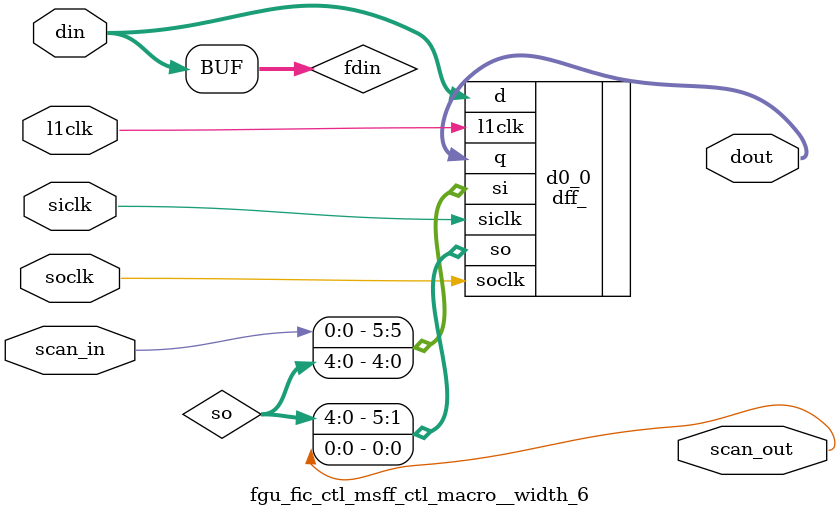
<source format=v>
module fgu_fic_ctl (
  fpf_rs2_cmp_din_fx1, 
  fpf_ma_sum_fx4, 
  fpf_man_se_byte_fx3_b38_32, 
  fpf_man_se_byte_fx3_b6_0, 
  fic_norm_eadj_fx5, 
  fic_i2f_align_sel_fx2, 
  fpe_align_sel_fx2, 
  fic_i2f_eadj_fx2, 
  fpc_lzd_override_fx4, 
  fpc_sp_source_fx3, 
  fic_mulscc_iccz_fx4, 
  fic_mulscc_xccz_fx4, 
  fic_convert_sticky_fx4, 
  fic_fxtod_sticky_fx4, 
  fic_ftoi_nx_fx4, 
  fic_ftox_nx_fx4, 
  fic_bzf31msb_fx2, 
  fic_bzf32lsb_fx2, 
  fic_bof22msb_fx2, 
  main_clken, 
  l2clk, 
  scan_in, 
  tcu_pce_ov, 
  spc_aclk, 
  spc_bclk, 
  tcu_scan_en, 
  scan_out);
wire pce_ov;
wire stop;
wire siclk;
wire soclk;
wire se;
wire l1clk_pm1;
wire spares_scanin;
wire spares_scanout;
wire bzf31msb_fx1;
wire bzf32lsb_fx1;
wire bof22msb_fx1;
wire [7:2] dpint_nx_byte_fx1;
wire [7:6] spint_nx_byte_fx1;
wire [63:1] dini;
wire [6:0] ibyte_sel;
wire ib0_nor_76;
wire ib0_nor_54;
wire ib0_zeroh_l;
wire [1:0] ib0_cnth;
wire [1:0] ib0_cntl;
wire [2:0] eadj_ibyte0;
wire ib1_nor_76;
wire ib1_nor_54;
wire ib1_zeroh_l;
wire [1:0] ib1_cnth;
wire [1:0] ib1_cntl;
wire [2:0] eadj_ibyte1;
wire ib2_nor_76;
wire ib2_nor_54;
wire ib2_zeroh_l;
wire [1:0] ib2_cnth;
wire [1:0] ib2_cntl;
wire [2:0] eadj_ibyte2;
wire ib3_nor_76;
wire ib3_nor_54;
wire ib3_zeroh_l;
wire [1:0] ib3_cnth;
wire [1:0] ib3_cntl;
wire [2:0] eadj_ibyte3;
wire ib4_nor_76;
wire ib4_nor_54;
wire ib4_zeroh_l;
wire [1:0] ib4_cnth;
wire [1:0] ib4_cntl;
wire [2:0] eadj_ibyte4;
wire ib5_nor_76;
wire ib5_nor_54;
wire ib5_zeroh_l;
wire [1:0] ib5_cnth;
wire [1:0] ib5_cntl;
wire [2:0] eadj_ibyte5;
wire ib6_nor_76;
wire ib6_nor_54;
wire ib6_zeroh_l;
wire [1:0] ib6_cnth;
wire [1:0] ib6_cntl;
wire [2:0] eadj_ibyte6;
wire ib7_nor_76;
wire ib7_nor_54;
wire ib7_zeroh_l;
wire [1:0] ib7_cnth;
wire [1:0] ib7_cntl;
wire [2:0] eadj_ibyte7;
wire [7:0] i2f_eadj_sel_fx1;
wire fx2_00_scanin;
wire fx2_00_scanout;
wire [7:2] dpint_nx_byte_fx2;
wire [7:6] spint_nx_byte_fx2;
wire [7:0] i2f_eadj_sel_fx2;
wire [2:0] eadj_ibyte0_fx2;
wire [2:0] eadj_ibyte1_fx2;
wire [2:0] eadj_ibyte2_fx2;
wire [2:0] eadj_ibyte3_fx2;
wire [2:0] eadj_ibyte4_fx2;
wire [2:0] eadj_ibyte5_fx2;
wire [2:0] eadj_ibyte6_fx2;
wire [2:0] eadj_ibyte7_fx2;
wire fx3_00_scanin;
wire fx3_00_scanout;
wire [5:0] align_sel_fx3;
wire [7:2] dpint_nx_byte_fx3;
wire [7:6] spint_nx_byte_fx3;
wire fstoi_nx_byte_fx3;
wire fstox_nx_byte_fx3;
wire fdtoi_nx_byte_fx3;
wire fdtox_nx_byte_fx3;
wire ftox_nx_bit_fx3;
wire ftoi_nx_bit_fx3;
wire ftoi_nx_fx3;
wire ftox_nx_fx3;
wire fx4_00_scanin;
wire fx4_00_scanout;
wire [63:11] dina;
wire shift_00;
wire [6:0] nbyte_sel;
wire ab0_nor_76;
wire ab0_nor_54;
wire ab0_zeroh_l;
wire [1:0] ab0_cnth;
wire [1:0] ab0_cntl;
wire [2:0] eadj_nbyte0;
wire ab1_nor_76;
wire ab1_nor_54;
wire ab1_zeroh_l;
wire [1:0] ab1_cnth;
wire [1:0] ab1_cntl;
wire [2:0] eadj_nbyte1;
wire ab2_nor_76;
wire ab2_nor_54;
wire ab2_zeroh_l;
wire [1:0] ab2_cnth;
wire [1:0] ab2_cntl;
wire [2:0] eadj_nbyte2;
wire ab3_nor_76;
wire ab3_nor_54;
wire ab3_zeroh_l;
wire [1:0] ab3_cnth;
wire [1:0] ab3_cntl;
wire [2:0] eadj_nbyte3;
wire ab4_nor_76;
wire ab4_nor_54;
wire ab4_zeroh_l;
wire [1:0] ab4_cnth;
wire [1:0] ab4_cntl;
wire [2:0] eadj_nbyte4;
wire ab5_nor_76;
wire ab5_nor_54;
wire ab5_zeroh_l;
wire [1:0] ab5_cnth;
wire [1:0] ab5_cntl;
wire [2:0] eadj_nbyte5;
wire ab6_nor_76;
wire ab6_nor_54;
wire ab6_zeroh_l;
wire [1:0] ab6_cnth;
wire [0:0] ab6_cntl;
wire [2:0] eadj_nbyte6;
wire [5:0] norm_eadj_fx4;
wire fx5_00_scanin;
wire fx5_00_scanout;



// ----------------------------------------------------------------------------
// Interface with FPF
// ----------------------------------------------------------------------------

input   [63:0] fpf_rs2_cmp_din_fx1;    // rt. justified rs2 for FiTO(s,d)
input   [63:0] fpf_ma_sum_fx4;
input  [38:32] fpf_man_se_byte_fx3_b38_32;
input    [6:0] fpf_man_se_byte_fx3_b6_0;
output   [5:0] fic_norm_eadj_fx5;
output   [5:0] fic_i2f_align_sel_fx2;

// ----------------------------------------------------------------------------
// Interface with FPE
// ----------------------------------------------------------------------------

input    [5:0] fpe_align_sel_fx2;
output   [5:0] fic_i2f_eadj_fx2;

// ----------------------------------------------------------------------------
// Interface with FPC
// ----------------------------------------------------------------------------

input          fpc_lzd_override_fx4;
input          fpc_sp_source_fx3;
output         fic_mulscc_iccz_fx4;
output         fic_mulscc_xccz_fx4;
output         fic_convert_sticky_fx4; // sticky for FxTOs, FiTOs, FdTOs
output         fic_fxtod_sticky_fx4;   // sticky for FxTOd
output         fic_ftoi_nx_fx4;        // inexact for FsTOi, FdTOi
output         fic_ftox_nx_fx4;        // inexact for FsTOx, FdTOx
output         fic_bzf31msb_fx2;       // rs2 frac 31 MSBs all zeros
output         fic_bzf32lsb_fx2;       // rs2 frac 32 LSBs all zeros
output         fic_bof22msb_fx2;       // rs2 frac 22 MSBs all ones

// ----------------------------------------------------------------------------
// Interface with FAC
// ----------------------------------------------------------------------------

input          main_clken;             // main clken

// ----------------------------------------------------------------------------
// Global Signals
// ----------------------------------------------------------------------------

input          l2clk;                  // clock input
input  		scan_in;
input  		tcu_pce_ov;		// scan signals
input  		spc_aclk;
input  		spc_bclk;
input           tcu_scan_en;
output 		scan_out;

// scan renames
assign pce_ov = tcu_pce_ov;
assign stop   = 1'b0;
assign siclk  = spc_aclk;
assign soclk  = spc_bclk;
assign se     = tcu_scan_en;
// end scan


fgu_fic_ctl_l1clkhdr_ctl_macro clkgen_main (
  .l2clk(l2clk),
  .l1en (main_clken),
  .l1clk(l1clk_pm1),
  .pce_ov(pce_ov),
  .stop(stop),
  .se(se)
  );

fgu_fic_ctl_spare_ctl_macro__num_2 spares  (  // spares: 13 gates + 1 flop for each "num"
  .scan_in(spares_scanin),
  .scan_out(spares_scanout),
  .l1clk(l1clk_pm1),
  .siclk(siclk),
  .soclk(soclk)
  );


// ----------------------------------------------------------------------------
//                               FX1 stage
// ----------------------------------------------------------------------------

// required for FdTOi large_maxint_result calculation
assign  bzf31msb_fx1 = ~(|fpf_rs2_cmp_din_fx1[51:21]);  // frac 31 MSBs all zeros

// required for FiTO(s,d) zero_src_result calculation
// fpf_rs2_cmp_din_fx1 is rt. justified for FiTO(s,d)
// fpf_bzf_fx1 doesn't work for FiTO(s,d) zero detection because 32 LSBs are unknown
assign  bzf32lsb_fx1 = ~(|fpf_rs2_cmp_din_fx1[31:0]);   // int32        all zeros

// required for FdTOs denorm round to norm detection
assign  bof22msb_fx1 =   &fpf_rs2_cmp_din_fx1[51:30];   // frac 22 MSBs all ones

// ------------------------------------
// F(s,d)TO(i,x) inexact detection (byte)
// ------------------------------------

assign  dpint_nx_byte_fx1[7] = |fpf_rs2_cmp_din_fx1[44:37];
assign  dpint_nx_byte_fx1[6] = |fpf_rs2_cmp_din_fx1[36:29];
assign  dpint_nx_byte_fx1[5] = |fpf_rs2_cmp_din_fx1[28:21];
assign  dpint_nx_byte_fx1[4] = |fpf_rs2_cmp_din_fx1[20:13];
assign  dpint_nx_byte_fx1[3] = |fpf_rs2_cmp_din_fx1[12:5];
assign  dpint_nx_byte_fx1[2] = |fpf_rs2_cmp_din_fx1[4:0];

assign  spint_nx_byte_fx1[7] = |fpf_rs2_cmp_din_fx1[47:40];
assign  spint_nx_byte_fx1[6] = |fpf_rs2_cmp_din_fx1[39:32];

// ------------------------------------
// i2f LZD "XOR function"
// Convert negative signed integer source
// to sign-magnitude value
// ------------------------------------

assign  dini[63:1] = fpf_rs2_cmp_din_fx1[63:1] ^ {63{fpf_rs2_cmp_din_fx1[63]}};

// ------------------------------------
// i2f LZD Byte selects (not priority encoded)
// ------------------------------------

assign  ibyte_sel[0] = |dini[63:56];  // shift 00-bits
assign  ibyte_sel[1] = |dini[55:48];  // shift 08-bits
assign  ibyte_sel[2] = |dini[47:40];  // shift 16-bits
assign  ibyte_sel[3] = |dini[39:32];  // shift 24-bits
assign  ibyte_sel[4] = |dini[31:24];  // shift 32-bits
assign  ibyte_sel[5] = |dini[23:16];  // shift 40-bits
assign  ibyte_sel[6] = |dini[15:8];  // shift 48-bits

// ------------------------------------
// i2f LZD Eadj[2:0]
//
// - count leading zeros in a given byte
//   and encode into a 3-bit value (Eadj[2:0])
//
//   Bit shift:  [4] [2] [1]
//   Eadj bit:   [2] [1] [0]
//   ---------------------------
//                0   0   0
//                0   0   1
//                0   1   0
//                0   1   1
//                1   0   0
//                1   0   1
//                1   1   0
//                1   1   1
//
//          din[7:0]    | Eadj[2:0]
//     -----------------|------------
//     1 x x x x x x x  |   0 0 0  
//     0 1 x x x x x x  |   0 0 1  
//     0 0 1 x x x x x  |   0 1 0  
//     0 0 0 1 x x x x  |   0 1 1  
//     0 0 0 0 1 x x x  |   1 0 0  
//     0 0 0 0 0 1 x x  |   1 0 1  
//     0 0 0 0 0 0 1 x  |   1 1 0  
//     0 0 0 0 0 0 0 x  |   1 1 1  
//
// Note: force Eadj[2:0] to 3'b111
//       if din[7:1]==7'b0000000 (i.e. assume din[0]==1'b1) 
//       This has already been done for byte0-byte7 below.
//
// ------------------------------------

// ----------------------------------------------------------------------------
// i2f LZD dini byte0 => dini[63:56]
// assume dini[56] == 1'b1
// ----------------------------------------------------------------------------

assign  ib0_nor_76  = ~(dini[63] | dini[62]);
assign  ib0_nor_54  = ~(dini[61] | dini[60]);

assign  ib0_zeroh_l = ~(ib0_nor_76 & ib0_nor_54);

assign  ib0_cnth[0] =  (~dini[63] &  dini[62]                        ) |
                       (~dini[63] &             ~dini[61] &  dini[60]) ;
assign  ib0_cnth[1] =  (~dini[63] & ~dini[62] &  dini[61]            ) |
                       (~dini[63] & ~dini[62] &              dini[60]) ;
assign  ib0_cntl[0] =  (~dini[59] &  dini[58]                        ) |
                       (~dini[59] &             ~dini[57]            ) ;
assign  ib0_cntl[1] =  (~dini[59] & ~dini[58] &  dini[57]            ) |
                       (~dini[59] & ~dini[58]                        ) ;

assign  eadj_ibyte0[0] = ( ib0_zeroh_l & ib0_cnth[0]) |
                         (~ib0_zeroh_l & ib0_cntl[0]) ;
assign  eadj_ibyte0[1] = ( ib0_zeroh_l & ib0_cnth[1]) |
                         (~ib0_zeroh_l & ib0_cntl[1]) ;
assign  eadj_ibyte0[2] =  ~ib0_zeroh_l                ;

// ----------------------------------------------------------------------------
// i2f LZD dini byte1 => dini[55:48]
// assume dini[48] == 1'b1
// ----------------------------------------------------------------------------

assign  ib1_nor_76  = ~(dini[55] | dini[54]);
assign  ib1_nor_54  = ~(dini[53] | dini[52]);

assign  ib1_zeroh_l = ~(ib1_nor_76 & ib1_nor_54);

assign  ib1_cnth[0] =  (~dini[55] &  dini[54]                        ) |
                       (~dini[55] &             ~dini[53] &  dini[52]) ;
assign  ib1_cnth[1] =  (~dini[55] & ~dini[54] &  dini[53]            ) |
                       (~dini[55] & ~dini[54] &              dini[52]) ;
assign  ib1_cntl[0] =  (~dini[51] &  dini[50]                        ) |
                       (~dini[51] &             ~dini[49]            ) ;
assign  ib1_cntl[1] =  (~dini[51] & ~dini[50] &  dini[49]            ) |
                       (~dini[51] & ~dini[50]                        ) ;
 
assign  eadj_ibyte1[0] = ( ib1_zeroh_l & ib1_cnth[0]) |
                         (~ib1_zeroh_l & ib1_cntl[0]) ;
assign  eadj_ibyte1[1] = ( ib1_zeroh_l & ib1_cnth[1]) |
                         (~ib1_zeroh_l & ib1_cntl[1]) ;
assign  eadj_ibyte1[2] =  ~ib1_zeroh_l                ;

// ----------------------------------------------------------------------------
// i2f LZD dini byte2 => dini[47:40]
// assume dini[40] == 1'b1
// ----------------------------------------------------------------------------

assign  ib2_nor_76  = ~(dini[47] | dini[46]);
assign  ib2_nor_54  = ~(dini[45] | dini[44]);

assign  ib2_zeroh_l = ~(ib2_nor_76 & ib2_nor_54);

assign  ib2_cnth[0] =  (~dini[47] &  dini[46]                        ) |
                       (~dini[47] &             ~dini[45] &  dini[44]) ;
assign  ib2_cnth[1] =  (~dini[47] & ~dini[46] &  dini[45]            ) |
                       (~dini[47] & ~dini[46] &              dini[44]) ;
assign  ib2_cntl[0] =  (~dini[43] &  dini[42]                        ) |
                       (~dini[43] &             ~dini[41]            ) ;
assign  ib2_cntl[1] =  (~dini[43] & ~dini[42] &  dini[41]            ) |
                       (~dini[43] & ~dini[42]                        ) ;

assign  eadj_ibyte2[0] = ( ib2_zeroh_l & ib2_cnth[0]) |
                         (~ib2_zeroh_l & ib2_cntl[0]) ;
assign  eadj_ibyte2[1] = ( ib2_zeroh_l & ib2_cnth[1]) |
                         (~ib2_zeroh_l & ib2_cntl[1]) ;
assign  eadj_ibyte2[2] =  ~ib2_zeroh_l                ;

// ----------------------------------------------------------------------------
// i2f LZD dini byte3 => dini[39:32]
// assume dini[32] == 1'b1
// ----------------------------------------------------------------------------

assign  ib3_nor_76  = ~(dini[39] | dini[38]);
assign  ib3_nor_54  = ~(dini[37] | dini[36]);

assign  ib3_zeroh_l = ~(ib3_nor_76 & ib3_nor_54);

assign  ib3_cnth[0] =  (~dini[39] &  dini[38]                        ) |
                       (~dini[39] &             ~dini[37] &  dini[36]) ;
assign  ib3_cnth[1] =  (~dini[39] & ~dini[38] &  dini[37]            ) |
                       (~dini[39] & ~dini[38] &              dini[36]) ;
assign  ib3_cntl[0] =  (~dini[35] &  dini[34]                        ) |
                       (~dini[35] &             ~dini[33]            ) ;
assign  ib3_cntl[1] =  (~dini[35] & ~dini[34] &  dini[33]            ) |
                       (~dini[35] & ~dini[34]                        ) ;

assign  eadj_ibyte3[0] = ( ib3_zeroh_l & ib3_cnth[0]) |
                         (~ib3_zeroh_l & ib3_cntl[0]) ;
assign  eadj_ibyte3[1] = ( ib3_zeroh_l & ib3_cnth[1]) |
                         (~ib3_zeroh_l & ib3_cntl[1]) ;
assign  eadj_ibyte3[2] =  ~ib3_zeroh_l                ;

// ----------------------------------------------------------------------------
// i2f LZD dini byte4 => dini[31:24]
// assume dini[24] == 1'b1
// ----------------------------------------------------------------------------

assign  ib4_nor_76  = ~(dini[31] | dini[30]);
assign  ib4_nor_54  = ~(dini[29] | dini[28]);

assign  ib4_zeroh_l = ~(ib4_nor_76 & ib4_nor_54);

assign  ib4_cnth[0] =  (~dini[31] &  dini[30]                        ) |
                       (~dini[31] &             ~dini[29] &  dini[28]) ;
assign  ib4_cnth[1] =  (~dini[31] & ~dini[30] &  dini[29]            ) |
                       (~dini[31] & ~dini[30] &              dini[28]) ;
assign  ib4_cntl[0] =  (~dini[27] &  dini[26]                        ) |
                       (~dini[27] &             ~dini[25]            ) ;
assign  ib4_cntl[1] =  (~dini[27] & ~dini[26] &  dini[25]            ) |
                       (~dini[27] & ~dini[26]                        ) ;

assign  eadj_ibyte4[0] = ( ib4_zeroh_l & ib4_cnth[0]) |
                         (~ib4_zeroh_l & ib4_cntl[0]) ;
assign  eadj_ibyte4[1] = ( ib4_zeroh_l & ib4_cnth[1]) |
                         (~ib4_zeroh_l & ib4_cntl[1]) ;
assign  eadj_ibyte4[2] =  ~ib4_zeroh_l                ;

// ----------------------------------------------------------------------------
// i2f LZD dini byte5 => dini[23:16]
// assume dini[16] == 1'b1
// ----------------------------------------------------------------------------

assign  ib5_nor_76  = ~(dini[23] | dini[22]);
assign  ib5_nor_54  = ~(dini[21] | dini[20]);

assign  ib5_zeroh_l = ~(ib5_nor_76 & ib5_nor_54);

assign  ib5_cnth[0] =  (~dini[23] &  dini[22]                        ) |
                       (~dini[23] &             ~dini[21] &  dini[20]) ;
assign  ib5_cnth[1] =  (~dini[23] & ~dini[22] &  dini[21]            ) |
                       (~dini[23] & ~dini[22] &              dini[20]) ;
assign  ib5_cntl[0] =  (~dini[19] &  dini[18]                        ) |
                       (~dini[19] &             ~dini[17]            ) ;
assign  ib5_cntl[1] =  (~dini[19] & ~dini[18] &  dini[17]            ) |
                       (~dini[19] & ~dini[18]                        ) ;

assign  eadj_ibyte5[0] = ( ib5_zeroh_l & ib5_cnth[0]) |
                         (~ib5_zeroh_l & ib5_cntl[0]) ;
assign  eadj_ibyte5[1] = ( ib5_zeroh_l & ib5_cnth[1]) |
                         (~ib5_zeroh_l & ib5_cntl[1]) ;
assign  eadj_ibyte5[2] =  ~ib5_zeroh_l                ;

// ----------------------------------------------------------------------------
// i2f LZD dini byte6 => dini[15:08]
// assume dini[08] == 1'b1
// ----------------------------------------------------------------------------

assign  ib6_nor_76  = ~(dini[15] | dini[14]);
assign  ib6_nor_54  = ~(dini[13] | dini[12]);

assign  ib6_zeroh_l = ~(ib6_nor_76 & ib6_nor_54);

assign  ib6_cnth[0] =  (~dini[15] &  dini[14]                        ) |
                       (~dini[15] &             ~dini[13] &  dini[12]) ;
assign  ib6_cnth[1] =  (~dini[15] & ~dini[14] &  dini[13]            ) |
                       (~dini[15] & ~dini[14] &              dini[12]) ;
assign  ib6_cntl[0] =  (~dini[11] &  dini[10]                        ) |
                       (~dini[11] &             ~dini[9]            ) ;
assign  ib6_cntl[1] =  (~dini[11] & ~dini[10] &  dini[9]            ) |
                       (~dini[11] & ~dini[10]                        ) ;

assign  eadj_ibyte6[0] = ( ib6_zeroh_l & ib6_cnth[0]) |
                         (~ib6_zeroh_l & ib6_cntl[0]) ;
assign  eadj_ibyte6[1] = ( ib6_zeroh_l & ib6_cnth[1]) |
                         (~ib6_zeroh_l & ib6_cntl[1]) ;
assign  eadj_ibyte6[2] =  ~ib6_zeroh_l                ;

// ----------------------------------------------------------------------------
// i2f LZD dini byte7 => dini[07:00]
// assume dini[0] == 1'b1
// ----------------------------------------------------------------------------

assign  ib7_nor_76  = ~(dini[7] | dini[6]);
assign  ib7_nor_54  = ~(dini[5] | dini[4]);

assign  ib7_zeroh_l = ~(ib7_nor_76 & ib7_nor_54);

assign  ib7_cnth[0] =  (~dini[7] &  dini[6]                        ) |
                       (~dini[7] &             ~dini[5] &  dini[4]) ;
assign  ib7_cnth[1] =  (~dini[7] & ~dini[6] &  dini[5]            ) |
                       (~dini[7] & ~dini[6] &              dini[4]) ;
assign  ib7_cntl[0] =  (~dini[3] &  dini[2]                        ) |
                       (~dini[3] &             ~dini[1]            ) ;
assign  ib7_cntl[1] =  (~dini[3] & ~dini[2] &  dini[1]            ) |
                       (~dini[3] & ~dini[2]                        ) ;

assign  eadj_ibyte7[0] = ( ib7_zeroh_l & ib7_cnth[0]) |
                         (~ib7_zeroh_l & ib7_cntl[0]) ;
assign  eadj_ibyte7[1] = ( ib7_zeroh_l & ib7_cnth[1]) |
                         (~ib7_zeroh_l & ib7_cntl[1]) ;
assign  eadj_ibyte7[2] =  ~ib7_zeroh_l                ;

// ----------------------------------------------------------------------------
// i2f LZD Eadj[5:0] mux selects
// ----------------------------------------------------------------------------

assign  i2f_eadj_sel_fx1[0] =                      ibyte_sel[0];
assign  i2f_eadj_sel_fx1[1] = ~( ibyte_sel[0]  ) & ibyte_sel[1];
assign  i2f_eadj_sel_fx1[2] = ~(|ibyte_sel[1:0]) & ibyte_sel[2];
assign  i2f_eadj_sel_fx1[3] = ~(|ibyte_sel[2:0]) & ibyte_sel[3];
assign  i2f_eadj_sel_fx1[4] = ~(|ibyte_sel[3:0]) & ibyte_sel[4];
assign  i2f_eadj_sel_fx1[5] = ~(|ibyte_sel[4:0]) & ibyte_sel[5];
assign  i2f_eadj_sel_fx1[6] = ~(|ibyte_sel[5:0]) & ibyte_sel[6];
assign  i2f_eadj_sel_fx1[7] = ~(|ibyte_sel[6:0]);


// ----------------------------------------------------------------------------
//                               FX2 stage
// ----------------------------------------------------------------------------

fgu_fic_ctl_msff_ctl_macro__width_43 fx2_00  (
  .scan_in(fx2_00_scanin),
  .scan_out(fx2_00_scanout),
  .l1clk(l1clk_pm1),
  .din ({    bzf31msb_fx1,
             bzf32lsb_fx1,
             bof22msb_fx1,
         dpint_nx_byte_fx1[7:2],
         spint_nx_byte_fx1[7:6],
         i2f_eadj_sel_fx1[7:0],
         eadj_ibyte0[2:0],
         eadj_ibyte1[2:0],
         eadj_ibyte2[2:0],
         eadj_ibyte3[2:0],
         eadj_ibyte4[2:0],
         eadj_ibyte5[2:0],
         eadj_ibyte6[2:0],
         eadj_ibyte7[2:0]}),
  .dout({fic_bzf31msb_fx2,
         fic_bzf32lsb_fx2,
         fic_bof22msb_fx2,
         dpint_nx_byte_fx2[7:2],
         spint_nx_byte_fx2[7:6],
         i2f_eadj_sel_fx2[7:0],
         eadj_ibyte0_fx2[2:0],
         eadj_ibyte1_fx2[2:0],
         eadj_ibyte2_fx2[2:0],
         eadj_ibyte3_fx2[2:0],
         eadj_ibyte4_fx2[2:0],
         eadj_ibyte5_fx2[2:0],
         eadj_ibyte6_fx2[2:0],
         eadj_ibyte7_fx2[2:0]}),
  .siclk(siclk),
  .soclk(soclk)
  );

// ----------------------------------------------------------------------------
// i2f LZD Eadj[5:0] mux
// ----------------------------------------------------------------------------

assign  fic_i2f_eadj_fx2[5:0] =
  ({6{i2f_eadj_sel_fx2[0]}} & ({3'b000, eadj_ibyte0_fx2[2:0]})) |
  ({6{i2f_eadj_sel_fx2[1]}} & ({3'b001, eadj_ibyte1_fx2[2:0]})) |
  ({6{i2f_eadj_sel_fx2[2]}} & ({3'b010, eadj_ibyte2_fx2[2:0]})) |
  ({6{i2f_eadj_sel_fx2[3]}} & ({3'b011, eadj_ibyte3_fx2[2:0]})) |
  ({6{i2f_eadj_sel_fx2[4]}} & ({3'b100, eadj_ibyte4_fx2[2:0]})) |
  ({6{i2f_eadj_sel_fx2[5]}} & ({3'b101, eadj_ibyte5_fx2[2:0]})) |
  ({6{i2f_eadj_sel_fx2[6]}} & ({3'b110, eadj_ibyte6_fx2[2:0]})) |
  ({6{i2f_eadj_sel_fx2[7]}} & ({3'b111, eadj_ibyte7_fx2[2:0]})) ;

assign  fic_i2f_align_sel_fx2[5:0] =
  (~fic_i2f_eadj_fx2[5:0]) + 6'b000001;  // 2's comp


// ----------------------------------------------------------------------------
//                               FX3 stage
// ----------------------------------------------------------------------------

fgu_fic_ctl_msff_ctl_macro__width_14 fx3_00  (
  .scan_in(fx3_00_scanin),
  .scan_out(fx3_00_scanout),
  .l1clk(l1clk_pm1),
  .din ({fpe_align_sel_fx2[5:0], dpint_nx_byte_fx2[7:2], spint_nx_byte_fx2[7:6]}),
  .dout({    align_sel_fx3[5:0], dpint_nx_byte_fx3[7:2], spint_nx_byte_fx3[7:6]}),
  .siclk(siclk),
  .soclk(soclk)
  );

// ------------------------------------
// F(s,d)TO(i,x) inexact detection
//
//          -----------------------------------
// FsTOi   |     32          |      32         |
//          -----------------------------------
//          ------------     
//         |     24     |
//          ------------
//            4   3   2                  <= byte shift
//
//          -----------------------------------
// FsTOx   |                 64                |
//          -----------------------------------
//          ------------     
//         |     24     |
//          ------------
//            8   7   6                  <= byte shift
//
//          -----------------------------------
// FdTOi   |     32          |      32         |
//          -----------------------------------
//          --------------------------
//         |                 53       |
//          --------------------------
//            4   3   2   1   ---Any--   <= byte shift
// 
//          -----------------------------------
// FdTOx   |                 64                |
//          -----------------------------------
//          --------------------------
//         |                 53       |
//          --------------------------
//            8   7   6   5   4   3  2   <= byte shift
//
// ------------------------------------

assign  fstoi_nx_byte_fx3 =
  ((align_sel_fx3[4:3] == 2'd3) & (|spint_nx_byte_fx3[7:6])) |
  ((align_sel_fx3[4:3] == 2'd2) & ( spint_nx_byte_fx3[6]  )) ;

assign  fstox_nx_byte_fx3 =
  ((align_sel_fx3[5:3] == 3'd7) & (|spint_nx_byte_fx3[7:6])) |
  ((align_sel_fx3[5:3] == 3'd6) & ( spint_nx_byte_fx3[6]  )) ;

assign  fdtoi_nx_byte_fx3 =
  ((align_sel_fx3[5:3] == 3'd3) & (|dpint_nx_byte_fx3[7:5])) |
  ((align_sel_fx3[5:3] == 3'd2) & (|dpint_nx_byte_fx3[6:5])) |
  ((align_sel_fx3[5:3] == 3'd1) & ( dpint_nx_byte_fx3[5]  )) |
  (                               (|dpint_nx_byte_fx3[4:2])) ;

assign  fdtox_nx_byte_fx3 =
  ((align_sel_fx3[5:3] == 3'd7) & (|dpint_nx_byte_fx3[7:2])) |
  ((align_sel_fx3[5:3] == 3'd6) & (|dpint_nx_byte_fx3[6:2])) |
  ((align_sel_fx3[5:3] == 3'd5) & (|dpint_nx_byte_fx3[5:2])) |
  ((align_sel_fx3[5:3] == 3'd4) & (|dpint_nx_byte_fx3[4:2])) |
  ((align_sel_fx3[5:3] == 3'd3) & (|dpint_nx_byte_fx3[3:2])) |
  ((align_sel_fx3[5:3] == 3'd2) & ( dpint_nx_byte_fx3[2]  )) ;

assign  ftox_nx_bit_fx3 =
  ((align_sel_fx3[2:0] == 3'd7) & (|fpf_man_se_byte_fx3_b6_0[6:0])) |
  ((align_sel_fx3[2:0] == 3'd6) & (|fpf_man_se_byte_fx3_b6_0[5:0])) |
  ((align_sel_fx3[2:0] == 3'd5) & (|fpf_man_se_byte_fx3_b6_0[4:0])) |
  ((align_sel_fx3[2:0] == 3'd4) & (|fpf_man_se_byte_fx3_b6_0[3:0])) |
  ((align_sel_fx3[2:0] == 3'd3) & (|fpf_man_se_byte_fx3_b6_0[2:0])) |
  ((align_sel_fx3[2:0] == 3'd2) & (|fpf_man_se_byte_fx3_b6_0[1:0])) |
  ((align_sel_fx3[2:0] == 3'd1) & ( fpf_man_se_byte_fx3_b6_0[0]  )) ;

assign  ftoi_nx_bit_fx3 =
  ((align_sel_fx3[2:0] == 3'd7) & (|fpf_man_se_byte_fx3_b38_32[38:32])) |
  ((align_sel_fx3[2:0] == 3'd6) & (|fpf_man_se_byte_fx3_b38_32[37:32])) |
  ((align_sel_fx3[2:0] == 3'd5) & (|fpf_man_se_byte_fx3_b38_32[36:32])) |
  ((align_sel_fx3[2:0] == 3'd4) & (|fpf_man_se_byte_fx3_b38_32[35:32])) |
  ((align_sel_fx3[2:0] == 3'd3) & (|fpf_man_se_byte_fx3_b38_32[34:32])) |
  ((align_sel_fx3[2:0] == 3'd2) & (|fpf_man_se_byte_fx3_b38_32[33:32])) |
  ((align_sel_fx3[2:0] == 3'd1) & ( fpf_man_se_byte_fx3_b38_32[32]   )) ;

assign  ftoi_nx_fx3 =
  ftoi_nx_bit_fx3 |
  (fstoi_nx_byte_fx3 &  fpc_sp_source_fx3) |
  (fdtoi_nx_byte_fx3 & ~fpc_sp_source_fx3) ;

assign  ftox_nx_fx3 =
  ftox_nx_bit_fx3 |
  (fstox_nx_byte_fx3 &  fpc_sp_source_fx3) |
  (fdtox_nx_byte_fx3 & ~fpc_sp_source_fx3) ;


// ----------------------------------------------------------------------------
//                               FX4 stage
// ----------------------------------------------------------------------------

fgu_fic_ctl_msff_ctl_macro__width_2 fx4_00  (
  .scan_in(fx4_00_scanin),
  .scan_out(fx4_00_scanout),
  .l1clk(l1clk_pm1),
  .din ({    ftoi_nx_fx3,     ftox_nx_fx3}),
  .dout({fic_ftoi_nx_fx4, fic_ftox_nx_fx4}),
  .siclk(siclk),
  .soclk(soclk)
  );

assign  fic_mulscc_iccz_fx4 = (fpf_ma_sum_fx4[31:0] == 32'b0);
assign  fic_mulscc_xccz_fx4 = ~fpf_ma_sum_fx4[32] & fic_mulscc_iccz_fx4;

// ------------------------------------
// i2f and FdTOs sticky calculation
//
//          -----------------------------------
// FxTOs   |                 64                |
//          -----------------------------------
//          ------------ G   
//         |     24     |  7 |      32         |
//          ------------
//
//          -----------------------------------
// FxTOd   |                 64                |
//          -----------------------------------
//          -------------------------- G    
//         |                 53       |  7 | 3 |
//          --------------------------
//
//          -----------------------------------
// FiTOs   |     32          |      32         |
//          -----------------------------------
//          ------------ G    
//         |     24     |  7 |      32         |
//          ------------      
//
// FiTOd   never rounds (exact)
//
// i2f notes:
// - logically, LSB,G,X should be post-2comp for neg integers
// - X is equiv if calculated pre or post-2comp (post-2comp is used in
//   this design for simplicity)
// - The 2comp +1 function can't result in clearing all G,X bits and
//   blocking Rinc unless the post-2comp was b'00...00 in that region.
//   However, in that case a +1 was propagated to the LSB as if an Rinc
//   had taken place. Thus, effectively, a 2comp +1 can't block an Rinc,
//   and LSB,G need only reflect the 2comp invert function, not the
//   2comp +1 function.
//
// FdTOs notes:
// - the dp input (rs2) is always normalized
// - the dp mantissa resides in bits 63:11
// ------------------------------------

assign  fic_convert_sticky_fx4 = |fpf_ma_sum_fx4[38:0];  // FxTOs, FiTOs, FdTOs
assign  fic_fxtod_sticky_fx4   = |fpf_ma_sum_fx4[9:0];   // FxTOd

// ----------------------------------------------------------------------------
// Normalizer LZD
//
// data input format:
//
//         63                 32  31             8
//          -------------------    --------------
//         |      32-bits      |  |    24-bits   |
//          -------------------    --------------
//    Byte:  0    1    2    3       4    5    6
//
//
//      LSB pos.  G pos.
//      --------  ------
// DP     11        10
// SP     40        39
//
// ----------------------------------------------------------------------------

assign  dina[63:11] = fpf_ma_sum_fx4[63:11];

// ------------------------------------
// LZD override by setting dina bit 63 to
// force a Norm shift of 0-bits
//
// Override cases:
// - multiply (covered by ~logical_sub)
// - div/sqrt (covered by ~logical_sub)
// - 1X.XX    (covered by ~logical_sub)
// - 00.1X
// Note:
// - 1X.XX due to Rcout is unknown in fx4
// - 1X.XX not possible if logical_subtract
// - 00.1X is shifted 1-bit by the main adder output format mux
// ------------------------------------

assign  shift_00 =
  fpc_lzd_override_fx4 |   // mul | div | sqrt | 1X.XX
  (dina[63:62] == 2'b01);  // 00.1X

// ------------------------------------
// Norm LZD Byte selects (not priority encoded)
// ------------------------------------

assign  nbyte_sel[0] = shift_00;      // force eadj=0
assign  nbyte_sel[1] = |dina[63:56];  // shift 00-bits
assign  nbyte_sel[2] = |dina[55:48];  // shift 08-bits
assign  nbyte_sel[3] = |dina[47:40];  // shift 16-bits
assign  nbyte_sel[4] = |dina[39:32];  // shift 24-bits
assign  nbyte_sel[5] = |dina[31:24];  // shift 32-bits
assign  nbyte_sel[6] = |dina[23:16];  // shift 40-bits
	
// ------------------------------------
// Norm LZD Eadj[2:0]
//
// - count leading zeros in a given byte
//   and encode into a 3-bit value (Eadj[2:0])
//
//   Bit shift:  [4] [2] [1]
//   Eadj bit:   [2] [1] [0]
//   ---------------------------
//                0   0   0
//                0   0   1
//                0   1   0
//                0   1   1
//                1   0   0
//                1   0   1
//                1   1   0
//                1   1   1
//
//          din[7:0]    | Eadj[2:0]
//     -----------------|------------
//     1 x x x x x x x  |   0 0 0  
//     0 1 x x x x x x  |   0 0 1  
//     0 0 1 x x x x x  |   0 1 0  
//     0 0 0 1 x x x x  |   0 1 1  
//     0 0 0 0 1 x x x  |   1 0 0  
//     0 0 0 0 0 1 x x  |   1 0 1  
//     0 0 0 0 0 0 1 x  |   1 1 0  
//     0 0 0 0 0 0 0 x  |   1 1 1
//
// Note: force Eadj[2:0] to 3'b111
//       if din[7:1]==7'b0000000 (i.e. assume din[0]==1'b1) 
//       This has already been done for byte0-byte6 below.
//       Also, for DP operation, din[10] is assumed to be
//       1'b1 since bit 10 (the DP G pos.) isn't the LSB
//       position of byte6.
//
// ------------------------------------

// ----------------------------------------------------------------------------
// Norm LZD dina byte0 => dina[63:56]
// assume dina[56] == 1'b1
// ----------------------------------------------------------------------------

assign  ab0_nor_76  = ~(dina[63] | dina[62]);
assign  ab0_nor_54  = ~(dina[61] | dina[60]);

assign  ab0_zeroh_l = ~(ab0_nor_76 & ab0_nor_54);

assign  ab0_cnth[0] =  (~dina[63] &  dina[62]                        ) |
                       (~dina[63] &             ~dina[61] &  dina[60]) ;
assign  ab0_cnth[1] =  (~dina[63] & ~dina[62] &  dina[61]            ) |
                       (~dina[63] & ~dina[62] &              dina[60]) ;
assign  ab0_cntl[0] =  (~dina[59] &  dina[58]                        ) |
                       (~dina[59] &             ~dina[57]            ) ;
assign  ab0_cntl[1] =  (~dina[59] & ~dina[58] &  dina[57]            ) |
                       (~dina[59] & ~dina[58]                        ) ;

assign  eadj_nbyte0[0] = ( ab0_zeroh_l & ab0_cnth[0]) |
                         (~ab0_zeroh_l & ab0_cntl[0]) ;
assign  eadj_nbyte0[1] = ( ab0_zeroh_l & ab0_cnth[1]) |
                         (~ab0_zeroh_l & ab0_cntl[1]) ;
assign  eadj_nbyte0[2] =  ~ab0_zeroh_l                ;

// ----------------------------------------------------------------------------
// Norm LZD dina byte1 => dina[55:48]
// assume dina[48] == 1'b1
// ----------------------------------------------------------------------------

assign  ab1_nor_76  = ~(dina[55] | dina[54]);
assign  ab1_nor_54  = ~(dina[53] | dina[52]);

assign  ab1_zeroh_l = ~(ab1_nor_76 & ab1_nor_54);

assign  ab1_cnth[0] =  (~dina[55] &  dina[54]                        ) |
                       (~dina[55] &             ~dina[53] &  dina[52]) ;
assign  ab1_cnth[1] =  (~dina[55] & ~dina[54] &  dina[53]            ) |
                       (~dina[55] & ~dina[54] &              dina[52]) ;
assign  ab1_cntl[0] =  (~dina[51] &  dina[50]                        ) |
                       (~dina[51] &             ~dina[49]            ) ;
assign  ab1_cntl[1] =  (~dina[51] & ~dina[50] &  dina[49]            ) |
                       (~dina[51] & ~dina[50]                        ) ;
 
assign  eadj_nbyte1[0] = ( ab1_zeroh_l & ab1_cnth[0]) |
                         (~ab1_zeroh_l & ab1_cntl[0]) ;
assign  eadj_nbyte1[1] = ( ab1_zeroh_l & ab1_cnth[1]) |
                         (~ab1_zeroh_l & ab1_cntl[1]) ;
assign  eadj_nbyte1[2] =  ~ab1_zeroh_l                ;

// ----------------------------------------------------------------------------
// Norm LZD dina byte2 => dina[47:40]
// assume dina[40] == 1'b1
// ----------------------------------------------------------------------------

assign  ab2_nor_76  = ~(dina[47] | dina[46]);
assign  ab2_nor_54  = ~(dina[45] | dina[44]);

assign  ab2_zeroh_l = ~(ab2_nor_76 & ab2_nor_54);

assign  ab2_cnth[0] =  (~dina[47] &  dina[46]                        ) |
                       (~dina[47] &             ~dina[45] &  dina[44]) ;
assign  ab2_cnth[1] =  (~dina[47] & ~dina[46] &  dina[45]            ) |
                       (~dina[47] & ~dina[46] &              dina[44]) ;
assign  ab2_cntl[0] =  (~dina[43] &  dina[42]                        ) |
                       (~dina[43] &             ~dina[41]            ) ;
assign  ab2_cntl[1] =  (~dina[43] & ~dina[42] &  dina[41]            ) |
                       (~dina[43] & ~dina[42]                        ) ;

assign  eadj_nbyte2[0] = ( ab2_zeroh_l & ab2_cnth[0]) |
                         (~ab2_zeroh_l & ab2_cntl[0]) ;
assign  eadj_nbyte2[1] = ( ab2_zeroh_l & ab2_cnth[1]) |
                         (~ab2_zeroh_l & ab2_cntl[1]) ;
assign  eadj_nbyte2[2] =  ~ab2_zeroh_l                ;

// ----------------------------------------------------------------------------
// Norm LZD dina byte3 => dina[39:32]
// assume dina[32] == 1'b1
// ----------------------------------------------------------------------------

assign  ab3_nor_76  = ~(dina[39] | dina[38]);
assign  ab3_nor_54  = ~(dina[37] | dina[36]);

assign  ab3_zeroh_l = ~(ab3_nor_76 & ab3_nor_54);

assign  ab3_cnth[0] =  (~dina[39] &  dina[38]                        ) |
                       (~dina[39] &             ~dina[37] &  dina[36]) ;
assign  ab3_cnth[1] =  (~dina[39] & ~dina[38] &  dina[37]            ) |
                       (~dina[39] & ~dina[38] &              dina[36]) ;
assign  ab3_cntl[0] =  (~dina[35] &  dina[34]                        ) |
                       (~dina[35] &             ~dina[33]            ) ;
assign  ab3_cntl[1] =  (~dina[35] & ~dina[34] &  dina[33]            ) |
                       (~dina[35] & ~dina[34]                        ) ;

assign  eadj_nbyte3[0] = ( ab3_zeroh_l & ab3_cnth[0]) |
                         (~ab3_zeroh_l & ab3_cntl[0]) ;
assign  eadj_nbyte3[1] = ( ab3_zeroh_l & ab3_cnth[1]) |
                         (~ab3_zeroh_l & ab3_cntl[1]) ;
assign  eadj_nbyte3[2] =  ~ab3_zeroh_l                ;

// ----------------------------------------------------------------------------
// Norm LZD dina byte4 => dina[31:24]
// assume dina[24] == 1'b1
// ----------------------------------------------------------------------------

assign  ab4_nor_76  = ~(dina[31] | dina[30]);
assign  ab4_nor_54  = ~(dina[29] | dina[28]);

assign  ab4_zeroh_l = ~(ab4_nor_76 & ab4_nor_54);

assign  ab4_cnth[0] =  (~dina[31] &  dina[30]                        ) |
                       (~dina[31] &             ~dina[29] &  dina[28]) ;
assign  ab4_cnth[1] =  (~dina[31] & ~dina[30] &  dina[29]            ) |
                       (~dina[31] & ~dina[30] &              dina[28]) ;
assign  ab4_cntl[0] =  (~dina[27] &  dina[26]                        ) |
                       (~dina[27] &             ~dina[25]            ) ;
assign  ab4_cntl[1] =  (~dina[27] & ~dina[26] &  dina[25]            ) |
                       (~dina[27] & ~dina[26]                        ) ;

assign  eadj_nbyte4[0] = ( ab4_zeroh_l & ab4_cnth[0]) |
                         (~ab4_zeroh_l & ab4_cntl[0]) ;
assign  eadj_nbyte4[1] = ( ab4_zeroh_l & ab4_cnth[1]) |
                         (~ab4_zeroh_l & ab4_cntl[1]) ;
assign  eadj_nbyte4[2] =  ~ab4_zeroh_l                ;

// ----------------------------------------------------------------------------
// Norm LZD dina byte5 => dina[23:16]
// assume dina[16] == 1'b1
// ----------------------------------------------------------------------------

assign  ab5_nor_76  = ~(dina[23] | dina[22]);
assign  ab5_nor_54  = ~(dina[21] | dina[20]);

assign  ab5_zeroh_l = ~(ab5_nor_76 & ab5_nor_54);

assign  ab5_cnth[0] =  (~dina[23] &  dina[22]                        ) |
                       (~dina[23] &             ~dina[21] &  dina[20]) ;
assign  ab5_cnth[1] =  (~dina[23] & ~dina[22] &  dina[21]            ) |
                       (~dina[23] & ~dina[22] &              dina[20]) ;
assign  ab5_cntl[0] =  (~dina[19] &  dina[18]                        ) |
                       (~dina[19] &             ~dina[17]            ) ;
assign  ab5_cntl[1] =  (~dina[19] & ~dina[18] &  dina[17]            ) |
                       (~dina[19] & ~dina[18]                        ) ;

assign  eadj_nbyte5[0] = ( ab5_zeroh_l & ab5_cnth[0]) |
                         (~ab5_zeroh_l & ab5_cntl[0]) ;
assign  eadj_nbyte5[1] = ( ab5_zeroh_l & ab5_cnth[1]) |
                         (~ab5_zeroh_l & ab5_cntl[1]) ;
assign  eadj_nbyte5[2] =  ~ab5_zeroh_l                ;

// ----------------------------------------------------------------------------
// Norm LZD dina byte6 => dina[15:08]
// assume dina[10]  == 1'b1
// assume dina[9:8] == 2'b00
// ----------------------------------------------------------------------------

assign  ab6_nor_76  = ~(dina[15] | dina[14]);
assign  ab6_nor_54  = ~(dina[13] | dina[12]);

assign  ab6_zeroh_l = ~(ab6_nor_76 & ab6_nor_54);

assign  ab6_cnth[0] =  (~dina[15] &  dina[14]                        ) |
                       (~dina[15] &             ~dina[13] &  dina[12]) ;
assign  ab6_cnth[1] =  (~dina[15] & ~dina[14] &  dina[13]            ) |
                       (~dina[15] & ~dina[14] &              dina[12]) ;
assign  ab6_cntl[0] =  (~dina[11]                                    ) ;

assign  eadj_nbyte6[0] = ( ab6_zeroh_l & ab6_cnth[0]) |
                         (~ab6_zeroh_l & ab6_cntl[0]) ;
assign  eadj_nbyte6[1] = ( ab6_zeroh_l & ab6_cnth[1]) ;
assign  eadj_nbyte6[2] =  ~ab6_zeroh_l                ;

// ----------------------------------------------------------------------------
// Norm LZD Eadj[5:0] mux
// ----------------------------------------------------------------------------

assign  norm_eadj_fx4[5:0] =
//({6{(                     nbyte_sel[0])}} & ({3'b000, 3'b000          })) |
  ({6{(~( nbyte_sel[0]  ) & nbyte_sel[1])}} & ({3'b000, eadj_nbyte0[2:0]})) |
  ({6{(~(|nbyte_sel[1:0]) & nbyte_sel[2])}} & ({3'b001, eadj_nbyte1[2:0]})) |
  ({6{(~(|nbyte_sel[2:0]) & nbyte_sel[3])}} & ({3'b010, eadj_nbyte2[2:0]})) |
  ({6{(~(|nbyte_sel[3:0]) & nbyte_sel[4])}} & ({3'b011, eadj_nbyte3[2:0]})) |
  ({6{(~(|nbyte_sel[4:0]) & nbyte_sel[5])}} & ({3'b100, eadj_nbyte4[2:0]})) |
  ({6{(~(|nbyte_sel[5:0]) & nbyte_sel[6])}} & ({3'b101, eadj_nbyte5[2:0]})) |
  ({6{(~(|nbyte_sel[6:0])               )}} & ({3'b110, eadj_nbyte6[2:0]})) ;


// ----------------------------------------------------------------------------
//                               FX5 stage
// ----------------------------------------------------------------------------

fgu_fic_ctl_msff_ctl_macro__width_6 fx5_00  (
  .scan_in(fx5_00_scanin),
  .scan_out(fx5_00_scanout),
  .l1clk(l1clk_pm1),
  .din (    norm_eadj_fx4[5:0]),
  .dout(fic_norm_eadj_fx5[5:0]),
  .siclk(siclk),
  .soclk(soclk)
  );


supply0 vss;
supply1 vdd;
// fixscan start:
assign spares_scanin             = scan_in                  ;
assign fx2_00_scanin             = spares_scanout           ;
assign fx3_00_scanin             = fx2_00_scanout           ;
assign fx4_00_scanin             = fx3_00_scanout           ;
assign fx5_00_scanin             = fx4_00_scanout           ;
assign scan_out                  = fx5_00_scanout           ;
// fixscan end:
endmodule  // fgu_fic_ctl






// any PARAMS parms go into naming of macro

module fgu_fic_ctl_l1clkhdr_ctl_macro (
  l2clk, 
  l1en, 
  pce_ov, 
  stop, 
  se, 
  l1clk);


  input l2clk;
  input l1en;
  input pce_ov;
  input stop;
  input se;
  output l1clk;



 

cl_sc1_l1hdr_8x c_0 (


   .l2clk(l2clk),
   .pce(l1en),
   .l1clk(l1clk),
  .se(se),
  .pce_ov(pce_ov),
  .stop(stop)
);



endmodule









//  Description:        Spare gate macro for control blocks
//
//  Param num controls the number of times the macro is added
//  flops=0 can be used to use only combination spare logic


module fgu_fic_ctl_spare_ctl_macro__num_2 (
  l1clk, 
  scan_in, 
  siclk, 
  soclk, 
  scan_out);
wire si_0;
wire so_0;
wire spare0_flop_unused;
wire spare0_buf_32x_unused;
wire spare0_nand3_8x_unused;
wire spare0_inv_8x_unused;
wire spare0_aoi22_4x_unused;
wire spare0_buf_8x_unused;
wire spare0_oai22_4x_unused;
wire spare0_inv_16x_unused;
wire spare0_nand2_16x_unused;
wire spare0_nor3_4x_unused;
wire spare0_nand2_8x_unused;
wire spare0_buf_16x_unused;
wire spare0_nor2_16x_unused;
wire spare0_inv_32x_unused;
wire si_1;
wire so_1;
wire spare1_flop_unused;
wire spare1_buf_32x_unused;
wire spare1_nand3_8x_unused;
wire spare1_inv_8x_unused;
wire spare1_aoi22_4x_unused;
wire spare1_buf_8x_unused;
wire spare1_oai22_4x_unused;
wire spare1_inv_16x_unused;
wire spare1_nand2_16x_unused;
wire spare1_nor3_4x_unused;
wire spare1_nand2_8x_unused;
wire spare1_buf_16x_unused;
wire spare1_nor2_16x_unused;
wire spare1_inv_32x_unused;


input		l1clk;
input		scan_in;
input		siclk;
input		soclk;
output		scan_out;

cl_sc1_msff_8x spare0_flop (.l1clk(l1clk),
                               .siclk(siclk),
                               .soclk(soclk),
                               .si(si_0),
                               .so(so_0),
                               .d(1'b0),
                               .q(spare0_flop_unused));
assign si_0 = scan_in;

cl_u1_buf_32x   spare0_buf_32x (.in(1'b1),
                                   .out(spare0_buf_32x_unused));
cl_u1_nand3_8x spare0_nand3_8x (.in0(1'b1),
                                   .in1(1'b1),
                                   .in2(1'b1),
                                   .out(spare0_nand3_8x_unused));
cl_u1_inv_8x    spare0_inv_8x (.in(1'b1),
                                  .out(spare0_inv_8x_unused));
cl_u1_aoi22_4x spare0_aoi22_4x (.in00(1'b1),
                                   .in01(1'b1),
                                   .in10(1'b1),
                                   .in11(1'b1),
                                   .out(spare0_aoi22_4x_unused));
cl_u1_buf_8x    spare0_buf_8x (.in(1'b1),
                                  .out(spare0_buf_8x_unused));
cl_u1_oai22_4x spare0_oai22_4x (.in00(1'b1),
                                   .in01(1'b1),
                                   .in10(1'b1),
                                   .in11(1'b1),
                                   .out(spare0_oai22_4x_unused));
cl_u1_inv_16x   spare0_inv_16x (.in(1'b1),
                                   .out(spare0_inv_16x_unused));
cl_u1_nand2_16x spare0_nand2_16x (.in0(1'b1),
                                     .in1(1'b1),
                                     .out(spare0_nand2_16x_unused));
cl_u1_nor3_4x spare0_nor3_4x (.in0(1'b0),
                                 .in1(1'b0),
                                 .in2(1'b0),
                                 .out(spare0_nor3_4x_unused));
cl_u1_nand2_8x spare0_nand2_8x (.in0(1'b1),
                                   .in1(1'b1),
                                   .out(spare0_nand2_8x_unused));
cl_u1_buf_16x   spare0_buf_16x (.in(1'b1),
                                   .out(spare0_buf_16x_unused));
cl_u1_nor2_16x spare0_nor2_16x (.in0(1'b0),
                                   .in1(1'b0),
                                   .out(spare0_nor2_16x_unused));
cl_u1_inv_32x   spare0_inv_32x (.in(1'b1),
                                   .out(spare0_inv_32x_unused));

cl_sc1_msff_8x spare1_flop (.l1clk(l1clk),
                               .siclk(siclk),
                               .soclk(soclk),
                               .si(si_1),
                               .so(so_1),
                               .d(1'b0),
                               .q(spare1_flop_unused));
assign si_1 = so_0;

cl_u1_buf_32x   spare1_buf_32x (.in(1'b1),
                                   .out(spare1_buf_32x_unused));
cl_u1_nand3_8x spare1_nand3_8x (.in0(1'b1),
                                   .in1(1'b1),
                                   .in2(1'b1),
                                   .out(spare1_nand3_8x_unused));
cl_u1_inv_8x    spare1_inv_8x (.in(1'b1),
                                  .out(spare1_inv_8x_unused));
cl_u1_aoi22_4x spare1_aoi22_4x (.in00(1'b1),
                                   .in01(1'b1),
                                   .in10(1'b1),
                                   .in11(1'b1),
                                   .out(spare1_aoi22_4x_unused));
cl_u1_buf_8x    spare1_buf_8x (.in(1'b1),
                                  .out(spare1_buf_8x_unused));
cl_u1_oai22_4x spare1_oai22_4x (.in00(1'b1),
                                   .in01(1'b1),
                                   .in10(1'b1),
                                   .in11(1'b1),
                                   .out(spare1_oai22_4x_unused));
cl_u1_inv_16x   spare1_inv_16x (.in(1'b1),
                                   .out(spare1_inv_16x_unused));
cl_u1_nand2_16x spare1_nand2_16x (.in0(1'b1),
                                     .in1(1'b1),
                                     .out(spare1_nand2_16x_unused));
cl_u1_nor3_4x spare1_nor3_4x (.in0(1'b0),
                                 .in1(1'b0),
                                 .in2(1'b0),
                                 .out(spare1_nor3_4x_unused));
cl_u1_nand2_8x spare1_nand2_8x (.in0(1'b1),
                                   .in1(1'b1),
                                   .out(spare1_nand2_8x_unused));
cl_u1_buf_16x   spare1_buf_16x (.in(1'b1),
                                   .out(spare1_buf_16x_unused));
cl_u1_nor2_16x spare1_nor2_16x (.in0(1'b0),
                                   .in1(1'b0),
                                   .out(spare1_nor2_16x_unused));
cl_u1_inv_32x   spare1_inv_32x (.in(1'b1),
                                   .out(spare1_inv_32x_unused));
assign scan_out = so_1;



endmodule






// any PARAMS parms go into naming of macro

module fgu_fic_ctl_msff_ctl_macro__width_43 (
  din, 
  l1clk, 
  scan_in, 
  siclk, 
  soclk, 
  dout, 
  scan_out);
wire [42:0] fdin;
wire [41:0] so;

  input [42:0] din;
  input l1clk;
  input scan_in;


  input siclk;
  input soclk;

  output [42:0] dout;
  output scan_out;
assign fdin[42:0] = din[42:0];






dff_ #(43)  d0_0 (
.l1clk(l1clk),
.siclk(siclk),
.soclk(soclk),
.d(fdin[42:0]),
.si({scan_in,so[41:0]}),
.so({so[41:0],scan_out}),
.q(dout[42:0])
);












endmodule













// any PARAMS parms go into naming of macro

module fgu_fic_ctl_msff_ctl_macro__width_14 (
  din, 
  l1clk, 
  scan_in, 
  siclk, 
  soclk, 
  dout, 
  scan_out);
wire [13:0] fdin;
wire [12:0] so;

  input [13:0] din;
  input l1clk;
  input scan_in;


  input siclk;
  input soclk;

  output [13:0] dout;
  output scan_out;
assign fdin[13:0] = din[13:0];






dff_ #(14)  d0_0 (
.l1clk(l1clk),
.siclk(siclk),
.soclk(soclk),
.d(fdin[13:0]),
.si({scan_in,so[12:0]}),
.so({so[12:0],scan_out}),
.q(dout[13:0])
);












endmodule













// any PARAMS parms go into naming of macro

module fgu_fic_ctl_msff_ctl_macro__width_2 (
  din, 
  l1clk, 
  scan_in, 
  siclk, 
  soclk, 
  dout, 
  scan_out);
wire [1:0] fdin;
wire [0:0] so;

  input [1:0] din;
  input l1clk;
  input scan_in;


  input siclk;
  input soclk;

  output [1:0] dout;
  output scan_out;
assign fdin[1:0] = din[1:0];






dff_ #(2)  d0_0 (
.l1clk(l1clk),
.siclk(siclk),
.soclk(soclk),
.d(fdin[1:0]),
.si({scan_in,so[0:0]}),
.so({so[0:0],scan_out}),
.q(dout[1:0])
);












endmodule













// any PARAMS parms go into naming of macro

module fgu_fic_ctl_msff_ctl_macro__width_6 (
  din, 
  l1clk, 
  scan_in, 
  siclk, 
  soclk, 
  dout, 
  scan_out);
wire [5:0] fdin;
wire [4:0] so;

  input [5:0] din;
  input l1clk;
  input scan_in;


  input siclk;
  input soclk;

  output [5:0] dout;
  output scan_out;
assign fdin[5:0] = din[5:0];






dff_ #(6)  d0_0 (
.l1clk(l1clk),
.siclk(siclk),
.soclk(soclk),
.d(fdin[5:0]),
.si({scan_in,so[4:0]}),
.so({so[4:0],scan_out}),
.q(dout[5:0])
);












endmodule









</source>
